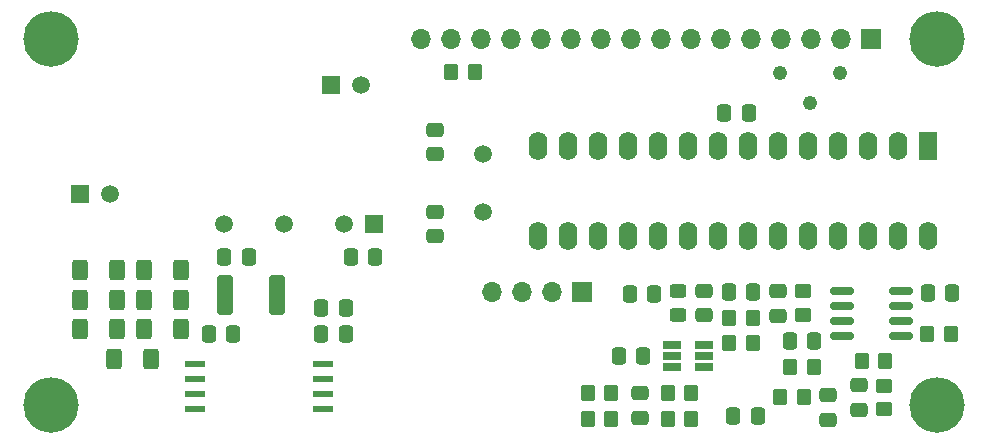
<source format=gts>
G04 #@! TF.GenerationSoftware,KiCad,Pcbnew,(6.0.0-0)*
G04 #@! TF.CreationDate,2022-02-23T00:42:31+01:00*
G04 #@! TF.ProjectId,AC Power Supply,41432050-6f77-4657-9220-537570706c79,rev?*
G04 #@! TF.SameCoordinates,Original*
G04 #@! TF.FileFunction,Soldermask,Top*
G04 #@! TF.FilePolarity,Negative*
%FSLAX46Y46*%
G04 Gerber Fmt 4.6, Leading zero omitted, Abs format (unit mm)*
G04 Created by KiCad (PCBNEW (6.0.0-0)) date 2022-02-23 00:42:31*
%MOMM*%
%LPD*%
G01*
G04 APERTURE LIST*
G04 Aperture macros list*
%AMRoundRect*
0 Rectangle with rounded corners*
0 $1 Rounding radius*
0 $2 $3 $4 $5 $6 $7 $8 $9 X,Y pos of 4 corners*
0 Add a 4 corners polygon primitive as box body*
4,1,4,$2,$3,$4,$5,$6,$7,$8,$9,$2,$3,0*
0 Add four circle primitives for the rounded corners*
1,1,$1+$1,$2,$3*
1,1,$1+$1,$4,$5*
1,1,$1+$1,$6,$7*
1,1,$1+$1,$8,$9*
0 Add four rect primitives between the rounded corners*
20,1,$1+$1,$2,$3,$4,$5,0*
20,1,$1+$1,$4,$5,$6,$7,0*
20,1,$1+$1,$6,$7,$8,$9,0*
20,1,$1+$1,$8,$9,$2,$3,0*%
G04 Aperture macros list end*
%ADD10C,1.219200*%
%ADD11RoundRect,0.250000X0.450000X-0.350000X0.450000X0.350000X-0.450000X0.350000X-0.450000X-0.350000X0*%
%ADD12RoundRect,0.250000X-0.450000X0.350000X-0.450000X-0.350000X0.450000X-0.350000X0.450000X0.350000X0*%
%ADD13RoundRect,0.250000X-0.400000X-0.625000X0.400000X-0.625000X0.400000X0.625000X-0.400000X0.625000X0*%
%ADD14RoundRect,0.250000X-0.475000X0.337500X-0.475000X-0.337500X0.475000X-0.337500X0.475000X0.337500X0*%
%ADD15RoundRect,0.250000X0.475000X-0.337500X0.475000X0.337500X-0.475000X0.337500X-0.475000X-0.337500X0*%
%ADD16RoundRect,0.250000X-0.350000X-0.450000X0.350000X-0.450000X0.350000X0.450000X-0.350000X0.450000X0*%
%ADD17RoundRect,0.250000X0.350000X0.450000X-0.350000X0.450000X-0.350000X-0.450000X0.350000X-0.450000X0*%
%ADD18RoundRect,0.250000X-0.400000X-1.450000X0.400000X-1.450000X0.400000X1.450000X-0.400000X1.450000X0*%
%ADD19RoundRect,0.250000X-0.337500X-0.475000X0.337500X-0.475000X0.337500X0.475000X-0.337500X0.475000X0*%
%ADD20C,4.700000*%
%ADD21RoundRect,0.250000X0.400000X0.625000X-0.400000X0.625000X-0.400000X-0.625000X0.400000X-0.625000X0*%
%ADD22RoundRect,0.250000X0.450000X-0.325000X0.450000X0.325000X-0.450000X0.325000X-0.450000X-0.325000X0*%
%ADD23R,1.799999X0.599999*%
%ADD24R,1.508000X1.508000*%
%ADD25C,1.508000*%
%ADD26R,1.700000X1.700000*%
%ADD27O,1.700000X1.700000*%
%ADD28RoundRect,0.150000X-0.825000X-0.150000X0.825000X-0.150000X0.825000X0.150000X-0.825000X0.150000X0*%
%ADD29RoundRect,0.250000X0.337500X0.475000X-0.337500X0.475000X-0.337500X-0.475000X0.337500X-0.475000X0*%
%ADD30R,1.560000X0.650000*%
%ADD31C,1.500000*%
%ADD32R,1.600000X2.400000*%
%ADD33O,1.600000X2.400000*%
G04 APERTURE END LIST*
D10*
X112620000Y-49350000D03*
X115160000Y-51890000D03*
X117700000Y-49350000D03*
D11*
X114550000Y-69800000D03*
X114550000Y-67800000D03*
D12*
X121400000Y-75800000D03*
X121400000Y-77800000D03*
D13*
X58750000Y-68500000D03*
X61850000Y-68500000D03*
D14*
X83375000Y-61062500D03*
X83375000Y-63137500D03*
D15*
X112400000Y-69887500D03*
X112400000Y-67812500D03*
D16*
X103075000Y-76375000D03*
X105075000Y-76375000D03*
D17*
X114625000Y-76750000D03*
X112625000Y-76750000D03*
D18*
X65575000Y-68100000D03*
X70025000Y-68100000D03*
D17*
X110300000Y-72200000D03*
X108300000Y-72200000D03*
X110300000Y-70100000D03*
X108300000Y-70100000D03*
D19*
X64212500Y-71400000D03*
X66287500Y-71400000D03*
D13*
X53350000Y-66000000D03*
X56450000Y-66000000D03*
D14*
X100775000Y-76437500D03*
X100775000Y-78512500D03*
D16*
X103075000Y-78575000D03*
X105075000Y-78575000D03*
D19*
X125112500Y-67950000D03*
X127187500Y-67950000D03*
D20*
X125900000Y-46400000D03*
D15*
X106200000Y-69837500D03*
X106200000Y-67762500D03*
D13*
X53350000Y-71000000D03*
X56450000Y-71000000D03*
D21*
X61850000Y-66000000D03*
X58750000Y-66000000D03*
D19*
X76262500Y-64900000D03*
X78337500Y-64900000D03*
D20*
X50900000Y-77400000D03*
D17*
X127075000Y-71400000D03*
X125075000Y-71400000D03*
D22*
X104000000Y-69825000D03*
X104000000Y-67775000D03*
D16*
X84750000Y-49250000D03*
X86750000Y-49250000D03*
D23*
X63034557Y-73990000D03*
X63034557Y-75260000D03*
X63034557Y-76530000D03*
X63034557Y-77800000D03*
X73934555Y-77800000D03*
X73934555Y-76530000D03*
X73934555Y-75260000D03*
X73934555Y-73990000D03*
D24*
X78220000Y-62100000D03*
D25*
X75680000Y-62100000D03*
X70600000Y-62100000D03*
X65520000Y-62100000D03*
D21*
X56450000Y-68500000D03*
X53350000Y-68500000D03*
D26*
X95875000Y-67850000D03*
D27*
X93335000Y-67850000D03*
X90795000Y-67850000D03*
X88255000Y-67850000D03*
D19*
X108637500Y-78375000D03*
X110712500Y-78375000D03*
D24*
X53350000Y-59600000D03*
D25*
X55850000Y-59600000D03*
D28*
X117875000Y-67745000D03*
X117875000Y-69015000D03*
X117875000Y-70285000D03*
X117875000Y-71555000D03*
X122825000Y-71555000D03*
X122825000Y-70285000D03*
X122825000Y-69015000D03*
X122825000Y-67745000D03*
D16*
X96325000Y-76375000D03*
X98325000Y-76375000D03*
D29*
X101937500Y-68000000D03*
X99862500Y-68000000D03*
D19*
X65522500Y-64900000D03*
X67597500Y-64900000D03*
D20*
X125900000Y-77400000D03*
D14*
X119250000Y-75762500D03*
X119250000Y-77837500D03*
D19*
X98962500Y-73300000D03*
X101037500Y-73300000D03*
D29*
X115487500Y-72000000D03*
X113412500Y-72000000D03*
D17*
X115450000Y-74250000D03*
X113450000Y-74250000D03*
D19*
X107862500Y-52700000D03*
X109937500Y-52700000D03*
X108262500Y-67900000D03*
X110337500Y-67900000D03*
D30*
X106150000Y-74250000D03*
X106150000Y-73300000D03*
X106150000Y-72350000D03*
X103450000Y-72350000D03*
X103450000Y-73300000D03*
X103450000Y-74250000D03*
D31*
X87425000Y-56175000D03*
X87425000Y-61055000D03*
D29*
X75837500Y-71434556D03*
X73762500Y-71434556D03*
D20*
X50900000Y-46400000D03*
D21*
X61850000Y-71000000D03*
X58750000Y-71000000D03*
D16*
X119500000Y-73700000D03*
X121500000Y-73700000D03*
D29*
X75837500Y-69200000D03*
X73762500Y-69200000D03*
D15*
X83375000Y-56187500D03*
X83375000Y-54112500D03*
D32*
X125125000Y-55475000D03*
D33*
X122585000Y-55475000D03*
X120045000Y-55475000D03*
X117505000Y-55475000D03*
X114965000Y-55475000D03*
X112425000Y-55475000D03*
X109885000Y-55475000D03*
X107345000Y-55475000D03*
X104805000Y-55475000D03*
X102265000Y-55475000D03*
X99725000Y-55475000D03*
X97185000Y-55475000D03*
X94645000Y-55475000D03*
X92105000Y-55475000D03*
X92105000Y-63095000D03*
X94645000Y-63095000D03*
X97185000Y-63095000D03*
X99725000Y-63095000D03*
X102265000Y-63095000D03*
X104805000Y-63095000D03*
X107345000Y-63095000D03*
X109885000Y-63095000D03*
X112425000Y-63095000D03*
X114965000Y-63095000D03*
X117505000Y-63095000D03*
X120045000Y-63095000D03*
X122585000Y-63095000D03*
X125125000Y-63095000D03*
D16*
X96325000Y-78575000D03*
X98325000Y-78575000D03*
D24*
X74600000Y-50350000D03*
D25*
X77100000Y-50350000D03*
D13*
X56250000Y-73500000D03*
X59350000Y-73500000D03*
D14*
X116650000Y-76612500D03*
X116650000Y-78687500D03*
D26*
X120300000Y-46475000D03*
D27*
X117760000Y-46475000D03*
X115220000Y-46475000D03*
X112680000Y-46475000D03*
X110140000Y-46475000D03*
X107600000Y-46475000D03*
X105060000Y-46475000D03*
X102520000Y-46475000D03*
X99980000Y-46475000D03*
X97440000Y-46475000D03*
X94900000Y-46475000D03*
X92360000Y-46475000D03*
X89820000Y-46475000D03*
X87280000Y-46475000D03*
X84740000Y-46475000D03*
X82200000Y-46475000D03*
M02*

</source>
